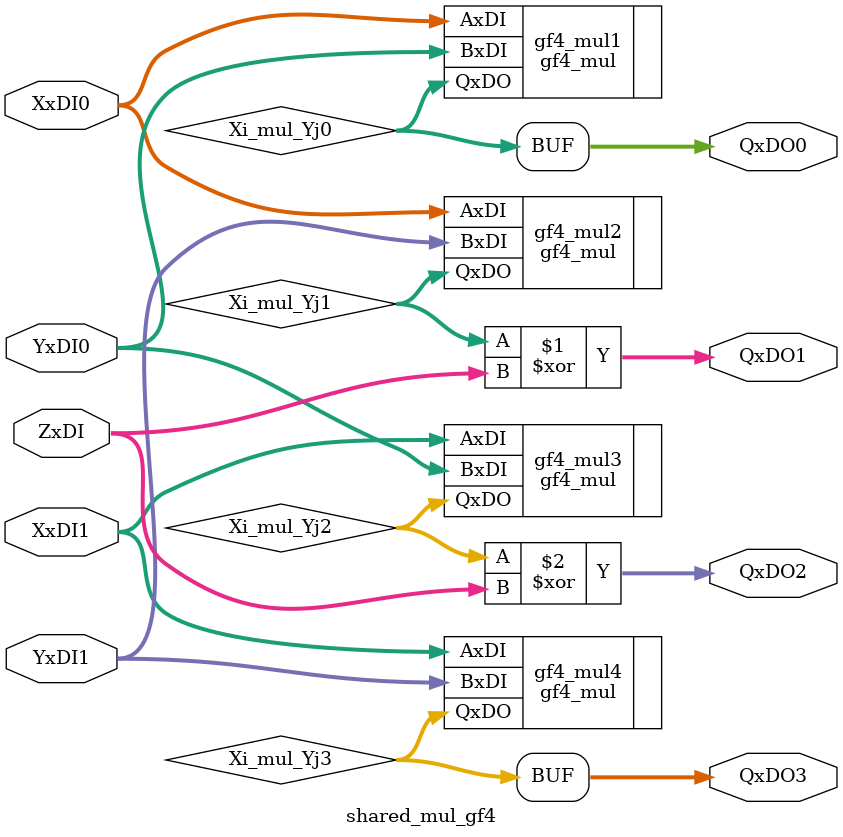
<source format=v>
`timescale 1ns / 1ps
module shared_mul_gf4(
   input [3:0]  XxDI0,
	input [3:0]  XxDI1,
   input [3:0]  YxDI0,
   input [3:0]  YxDI1,
   input [3:0]  ZxDI,
   output [3:0] QxDO0,
   output [3:0] QxDO1,
	output [3:0] QxDO2,
	output [3:0] QxDO3
	);
   
   wire [3:0]   Xi_mul_Yj0;
   wire [3:0]   Xi_mul_Yj1;
	wire [3:0]   Xi_mul_Yj2;
	wire [3:0]   Xi_mul_Yj3;
	
   gf4_mul  gf4_mul1(.AxDI(XxDI0), .BxDI(YxDI0), .QxDO(Xi_mul_Yj0));
   gf4_mul  gf4_mul2(.AxDI(XxDI0), .BxDI(YxDI1), .QxDO(Xi_mul_Yj1));
	gf4_mul  gf4_mul3(.AxDI(XxDI1), .BxDI(YxDI0), .QxDO(Xi_mul_Yj2));
	gf4_mul  gf4_mul4(.AxDI(XxDI1), .BxDI(YxDI1), .QxDO(Xi_mul_Yj3));
	
   assign  QxDO0 = Xi_mul_Yj0;
   assign  QxDO1 = Xi_mul_Yj1 ^ ZxDI;
   assign  QxDO2 = Xi_mul_Yj2 ^ ZxDI;
   assign  QxDO3 = Xi_mul_Yj3;

endmodule

</source>
